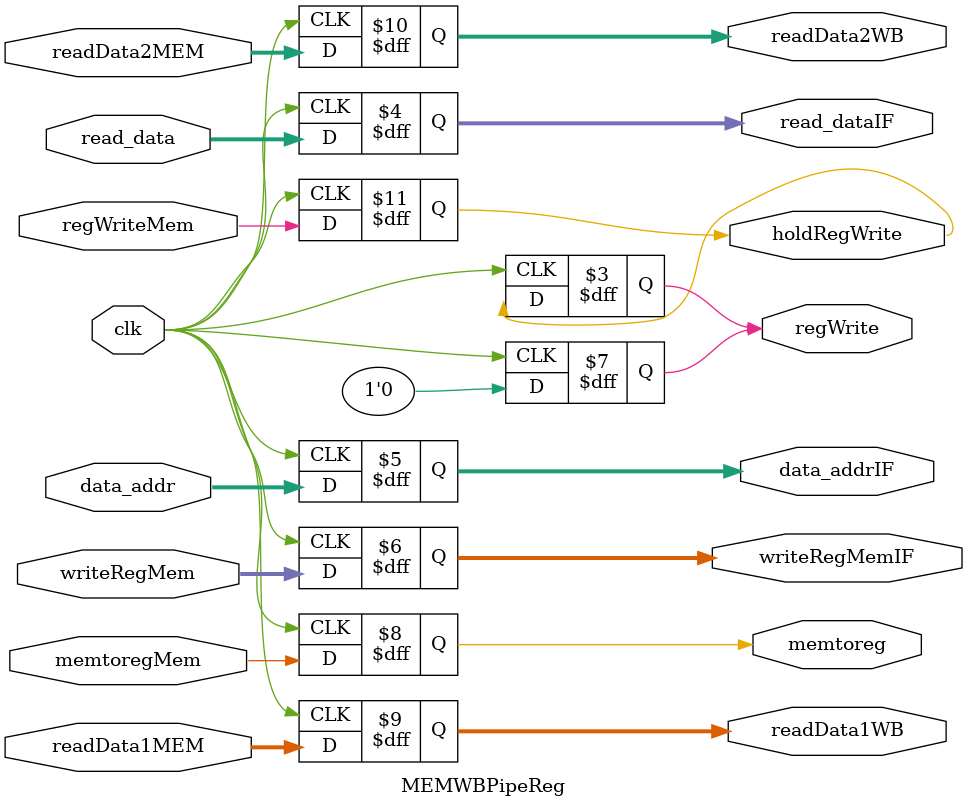
<source format=v>
/****************************************************************************
 * MEMWBPipeReg.v
 ****************************************************************************/

/**
 * Module: MEMWBPipeReg
 * 
 * TODO: Add module documentation
 */
module MEMWBPipeReg(
	input [31:0] read_data,
	input [31:0] data_addr,
	input [4:0] writeRegMem,
	input regWriteMem,
	input memtoregMem,
	output reg [31:0] read_dataIF,
	output reg [31:0] data_addrIF,
	output reg [4:0] writeRegMemIF,
	output reg regWrite,
	output reg memtoreg,
	input [31:0]  readData1MEM, //input [31:0]
	input  [31:0] readData2MEM, //input [31:0]
	output reg [31:0] readData1WB,  //output [31:0]
	output reg [31:0] readData2WB, //output [31:0] 
	output reg holdRegWrite,
	input clk);
	

	
	always @(posedge clk) begin
		data_addrIF = data_addr;
		memtoreg = memtoregMem;
		readData1WB =  readData1MEM; 
		readData2WB = readData2MEM; 
		//regWrite = regWriteMem;
		writeRegMemIF = writeRegMem;
		holdRegWrite = regWriteMem;
		read_dataIF = read_data;
		regWrite = 0;
		
	  
	end
	
	always @(negedge clk) begin
	  regWrite = holdRegWrite;

	 end
	
endmodule



</source>
